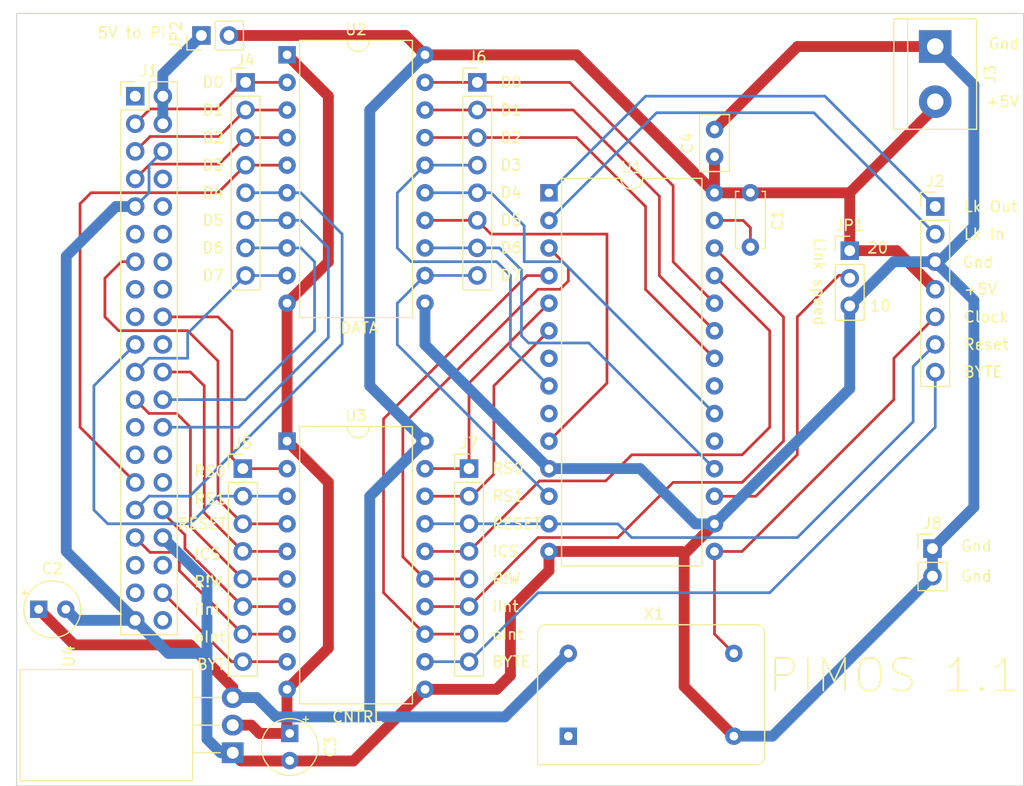
<source format=kicad_pcb>
(kicad_pcb (version 20211014) (generator pcbnew)
  (layers (0 "F.Cu" signal) (31 "B.Cu" signal) (34 "B.Paste" user) (35 "F.Paste" user) (36 "B.SilkS" user "B.Silkscreen") (37 "F.SilkS" user "F.Silkscreen") (38 "B.Mask" user) (39 "F.Mask" user) (44 "Edge.Cuts" user))
  (net 0 "")
  (net 1 "Net-(J2-Pad2)")
  (net 2 "CLK")
  (net 3 "GND")
  (net 4 "HRnotW")
  (net 5 "HOutputInt")
  (net 6 "HD6")
  (net 7 "HRS0")
  (net 9 "HRS1")
  (net 10 "HD4")
  (net 13 "HD3")
  (net 14 "HD2")
  (net 16 "HD1")
  (net 17 "HD5")
  (net 18 "HD0")
  (net 19 "HnotCS")
  (net 20 "HD7")
  (net 21 "HInputInt")
  (net 22 "HReset")
  (net 23 "Net-(C1-Pad2)")
  (net 24 "+5V")
  (net 25 "LD0")
  (net 26 "+3V3")
  (net 27 "LD1")
  (net 28 "LD2")
  (net 29 "LD3")
  (net 30 "LD4")
  (net 31 "LD5")
  (net 32 "LD6")
  (net 33 "LD7")
  (net 34 "LRS0")
  (net 35 "LRS1")
  (net 36 "LReset")
  (net 37 "LnotCS")
  (net 38 "LRnotW")
  (net 39 "LInputInt")
  (net 40 "LOutputInt")
  (net 41 "LByte")
  (net 42 "HByte")
  (net 45 "Net-(U1-Pad17)")
  (net 47 "Net-(J1-Pad4)")
  (net 64 "Net-(J2-Pad1)")
  (footprint "Connector_PinHeader_2.54mm:PinHeader_1x08_P2.54mm_Vertical" (layer "F.Cu") (at 86.106 69.85)
    (fp_text reference "J5")
    (fp_text value "Debug control 3V3")
  )
  (footprint "Package_TO_SOT_THT:TO-220-3_Horizontal_TabDown" (layer "F.Cu") (at 85.176 96.012 90)
    (fp_text reference "U4")
    (fp_text value "LT1086-3.3")
  )
  (footprint "Connector_PinHeader_2.54mm:PinHeader_1x07_P2.54mm_Vertical" (layer "F.Cu") (at 149.86 45.72)
    (fp_text reference "J2")
    (fp_text value "Conn_01x07")
  )
  (footprint "Package_DIP:DIP-20_W12.7mm" (layer "F.Cu") (at 90.18 31.755)
    (fp_text reference "U2")
    (fp_text value "TXS0108EPW_DIP20")
  )
  (footprint "Oscillator:Oscillator_DIP-14" (layer "F.Cu") (at 116.078 94.488)
    (fp_text reference "X1")
    (fp_text value "CXO_DIP14")
  )
  (footprint "Capacitor_THT:CP_Radial_Tantal_D5.0mm_P2.50mm" (layer "F.Cu") (at 67.31 82.804)
    (fp_text reference "C2")
    (fp_text value "10uF")
  )
  (footprint "Connector_PinHeader_2.54mm:PinHeader_1x08_P2.54mm_Vertical" (layer "F.Cu") (at 86.36 34.29)
    (fp_text reference "J4")
    (fp_text value "Debug data 3V3")
  )
  (footprint "Connector_PinHeader_2.54mm:PinHeader_1x03_P2.54mm_Vertical" (layer "F.Cu") (at 141.986 49.784)
    (fp_text reference "JP1")
    (fp_text value "Link speed")
  )
  (footprint "Capacitor_THT:C_Disc_D5.0mm_W2.5mm_P5.00mm" (layer "F.Cu") (at 132.842 44.45 -90)
    (fp_text reference "C1")
    (fp_text value "0.1uF")
  )
  (footprint "Connector_PinHeader_2.54mm:PinHeader_1x02_P2.54mm_Vertical" (layer "F.Cu") (at 82.291 29.972 90)
    (fp_text reference "JP2")
    (fp_text value "5V to Pi")
  )
  (footprint "Package_DIP:DIP-20_W12.7mm" (layer "F.Cu") (at 90.18 67.315)
    (fp_text reference "U3")
    (fp_text value "TXS0108EPW_DIP20")
  )
  (footprint "Capacitor_THT:C_Disc_D5.0mm_W2.5mm_P2.50mm" (layer "F.Cu") (at 129.54 41.128 90)
    (fp_text reference "C4")
    (fp_text value "100nF")
  )
  (footprint "Connector_PinHeader_2.54mm:PinHeader_1x08_P2.54mm_Vertical" (layer "F.Cu") (at 106.934 69.85)
    (fp_text reference "J7")
    (fp_text value "Debug control 5V")
  )
  (footprint "Capacitor_THT:CP_Radial_Tantal_D5.0mm_P2.50mm" (layer "F.Cu") (at 90.424 94.234 -90)
    (fp_text reference "C3")
    (fp_text value "10uF")
  )
  (footprint "Connector_PinHeader_2.54mm:PinHeader_2x20_P2.54mm_Vertical" (layer "F.Cu") (at 76.2 35.56)
    (fp_text reference "J1")
    (fp_text value "RPi")
  )
  (footprint "Package_DIP:DIP-28_W15.24mm" (layer "F.Cu") (at 114.295 44.46)
    (fp_text reference "U1")
    (fp_text value "C011")
  )
  (footprint "Connector_PinHeader_2.54mm:PinHeader_1x02_P2.54mm_Vertical" (layer "F.Cu") (at 149.606 77.216)
    (fp_text reference "J8")
    (fp_text value "Gnd")
  )
  (footprint "TerminalBlock:TerminalBlock_bornier-2_P5.08mm" (layer "F.Cu") (at 149.86 30.988 -90)
    (fp_text reference "J3")
    (fp_text value "Power")
  )
  (footprint "Connector_PinHeader_2.54mm:PinHeader_1x08_P2.54mm_Vertical" (layer "F.Cu") (at 107.696 34.29)
    (fp_text reference "J6")
    (fp_text value "Debug data 5V")
  )
  (gr_rect (start 65.278 27.94) (end 157.988 99.06) (layer "Edge.Cuts") (width 0.1) (fill none))
  (gr_text "D0" (at 82.296 34.29) (layer "F.SilkS") (effects (font (size 1 1)) (justify left)))
  (gr_text "D4" (at 82.296 44.45) (layer "F.SilkS") (effects (font (size 1 1)) (justify left)))
  (gr_text "CNTRL" (at 94.234 92.71) (layer "F.SilkS") (effects (font (size 1 1)) (justify left)))
  (gr_text "Gnd" (at 152.29 50.85) (layer "F.SilkS") (effects (font (size 1 1)) (justify left)))
  (gr_text "R!W" (at 108.966 80.01) (layer "F.SilkS") (effects (font (size 1 1)) (justify left)))
  (gr_text "+5V" (at 152.4 53.34) (layer "F.SilkS") (effects (font (size 1 1)) (justify left)))
  (gr_text "Reset" (at 152.4 58.42) (layer "F.SilkS") (effects (font (size 1 1)) (justify left)))
  (gr_text "D6" (at 82.296 49.53) (layer "F.SilkS") (effects (font (size 1 1)) (justify left)))
  (gr_text "RS1" (at 81.534 72.644) (layer "F.SilkS") (effects (font (size 1 1)) (justify left)))
  (gr_text "RS0" (at 108.966 69.85) (layer "F.SilkS") (effects (font (size 1 1)) (justify left)))
  (gr_text "oInt" (at 108.966 85.09) (layer "F.SilkS") (effects (font (size 1 1)) (justify left)))
  (gr_text "!CS" (at 81.534 77.724) (layer "F.SilkS") (effects (font (size 1 1)) (justify left)))
  (gr_text "D7" (at 82.296 52.07) (layer "F.SilkS") (effects (font (size 1 1)) (justify left)))
  (gr_text "Gnd" (at 152.146 76.962) (layer "F.SilkS") (effects (font (size 1 1)) (justify left)))
  (gr_text "20" (at 143.51 49.53) (layer "F.SilkS") (effects (font (size 1 1)) (justify left)))
  (gr_text "Link speed" (at 139.192 48.514 -90) (layer "F.SilkS") (effects (font (size 1 1)) (justify left)))
  (gr_text "RS0" (at 81.534 70.104) (layer "F.SilkS") (effects (font (size 1 1)) (justify left)))
  (gr_text "+5V" (at 154.432 36.068) (layer "F.SilkS") (effects (font (size 1 1)) (justify left)))
  (gr_text "D7" (at 109.728 52.07) (layer "F.SilkS") (effects (font (size 1 1)) (justify left)))
  (gr_text "BYTE" (at 108.966 87.63) (layer "F.SilkS") (effects (font (size 1 1)) (justify left)))
  (gr_text "Lk In" (at 152.4 48.26) (layer "F.SilkS") (effects (font (size 1 1)) (justify left)))
  (gr_text "D2" (at 82.296 39.37) (layer "F.SilkS") (effects (font (size 1 1)) (justify left)))
  (gr_text "Gnd" (at 152.146 79.756) (layer "F.SilkS") (effects (font (size 1 1)) (justify left)))
  (gr_text "D3" (at 109.728 41.91) (layer "F.SilkS") (effects (font (size 1 1)) (justify left)))
  (gr_text "10" (at 143.764 54.864) (layer "F.SilkS") (effects (font (size 1 1)) (justify left)))
  (gr_text "oInt" (at 81.534 85.344) (layer "F.SilkS") (effects (font (size 1 1)) (justify left)))
  (gr_text "!CS" (at 108.966 77.47) (layer "F.SilkS") (effects (font (size 1 1)) (justify left)))
  (gr_text "DATA" (at 94.996 56.896) (layer "F.SilkS") (effects (font (size 1 1)) (justify left)))
  (gr_text "iInt" (at 81.534 82.804) (layer "F.SilkS") (effects (font (size 1 1)) (justify left)))
  (gr_text "D6" (at 109.728 49.53) (layer "F.SilkS") (effects (font (size 1 1)) (justify left)))
  (gr_text "PIMOS 1.1" (at 146.05 88.9) (layer "F.SilkS") (effects (font (size 3 3))))
  (gr_text "RESET" (at 80.01 74.93) (layer "F.SilkS") (effects (font (size 1 1)) (justify left)))
  (gr_text "D0" (at 109.728 34.29) (layer "F.SilkS") (effects (font (size 1 1)) (justify left)))
  (gr_text "D3" (at 82.296 41.91) (layer "F.SilkS") (effects (font (size 1 1)) (justify left)))
  (gr_text "Clock" (at 152.4 55.88) (layer "F.SilkS") (effects (font (size 1 1)) (justify left)))
  (gr_text "Lk Out" (at 152.4 45.72) (layer "F.SilkS") (effects (font (size 1 1)) (justify left)))
  (gr_text "D1" (at 82.296 36.83) (layer "F.SilkS") (effects (font (size 1 1)) (justify left)))
  (gr_text "D1" (at 109.728 36.83) (layer "F.SilkS") (effects (font (size 1 1)) (justify left)))
  (gr_text "R!W" (at 81.534 80.264) (layer "F.SilkS") (effects (font (size 1 1)) (justify left)))
  (gr_text "D5" (at 109.728 46.99) (layer "F.SilkS") (effects (font (size 1 1)) (justify left)))
  (gr_text "iInt" (at 108.966 82.55) (layer "F.SilkS") (effects (font (size 1 1)) (justify left)))
  (gr_text "RS1" (at 108.966 72.39) (layer "F.SilkS") (effects (font (size 1 1)) (justify left)))
  (gr_text "RESET" (at 108.966 74.93) (layer "F.SilkS") (effects (font (size 1 1)) (justify left)))
  (gr_text "D5" (at 82.296 46.99) (layer "F.SilkS") (effects (font (size 1 1)) (justify left)))
  (gr_text "D2" (at 109.728 39.37) (layer "F.SilkS") (effects (font (size 1 1)) (justify left)))
  (gr_text "D4" (at 109.728 44.45) (layer "F.SilkS") (effects (font (size 1 1)) (justify left)))
  (gr_text "5V to Pi" (at 72.644 29.718) (layer "F.SilkS") (effects (font (size 1 1)) (justify left)))
  (gr_text "BYT" (at 81.788 87.884) (layer "F.SilkS") (effects (font (size 1 1)) (justify left)))
  (gr_text "BYTE" (at 152.4 60.96) (layer "F.SilkS") (effects (font (size 1 1)) (justify left)))
  (gr_text "Gnd" (at 154.686 30.734) (layer "F.SilkS") (effects (font (size 1 1)) (justify left)))
  (segment (start 114.295 47) (end 114.295 46.995) (width 0.25) (layer "B.Cu") (net 1))
  (segment (start 114.295 46.995) (end 124.206 37.084) (width 0.25) (layer "B.Cu") (net 1))
  (segment (start 138.684 37.084) (end 149.86 48.26) (width 0.25) (layer "B.Cu") (net 1))
  (segment (start 124.206 37.084) (end 138.684 37.084) (width 0.25) (layer "B.Cu") (net 1))
  (segment (start 146.05 63.5) (end 146.05 59.69) (width 0.25) (layer "F.Cu") (net 2))
  (segment (start 146.05 59.69) (end 149.86 55.88) (width 0.25) (layer "F.Cu") (net 2))
  (segment (start 132.07 77.48) (end 146.05 63.5) (width 0.25) (layer "F.Cu") (net 2))
  (segment (start 129.535 77.48) (end 132.07 77.48) (width 0.25) (layer "F.Cu") (net 2))
  (segment (start 129.535 85.085) (end 131.318 86.868) (width 0.25) (layer "F.Cu") (net 2))
  (segment (start 129.535 77.48) (end 129.535 85.085) (width 0.25) (layer "F.Cu") (net 2))
  (segment (start 114.295 77.48) (end 126.502 77.48) (width 1) (layer "F.Cu") (net 3))
  (segment (start 137.18 30.988) (end 149.86 30.988) (width 1) (layer "F.Cu") (net 3))
  (segment (start 126.746 89.916) (end 126.746 77.729) (width 1) (layer "F.Cu") (net 3))
  (segment (start 126.502 77.48) (end 126.746 77.724) (width 1) (layer "F.Cu") (net 3))
  (segment (start 109.469 90.175) (end 110.744 88.9) (width 1) (layer "F.Cu") (net 3))
  (segment (start 110.744 82.804) (end 114.295 79.253) (width 1) (layer "F.Cu") (net 3))
  (segment (start 129.54 38.628) (end 137.18 30.988) (width 1) (layer "F.Cu") (net 3))
  (segment (start 85.938 96.774) (end 96.281 96.774) (width 1) (layer "F.Cu") (net 3))
  (segment (start 85.176 96.012) (end 85.938 96.774) (width 1) (layer "F.Cu") (net 3))
  (segment (start 102.88 90.175) (end 109.469 90.175) (width 1) (layer "F.Cu") (net 3))
  (segment (start 131.318 94.488) (end 126.746 89.916) (width 1) (layer "F.Cu") (net 3))
  (segment (start 126.746 77.729) (end 129.535 74.94) (width 1) (layer "F.Cu") (net 3))
  (segment (start 114.295 79.253) (end 114.295 77.48) (width 1) (layer "F.Cu") (net 3))
  (segment (start 110.744 88.9) (end 110.744 82.804) (width 1) (layer "F.Cu") (net 3))
  (segment (start 96.281 96.774) (end 102.88 90.175) (width 1) (layer "F.Cu") (net 3))
  (segment (start 127.772 74.94) (end 129.535 74.94) (width 1) (layer "B.Cu") (net 3))
  (segment (start 77.47 41.91) (end 77.47 44.45) (width 0.25) (layer "B.Cu") (net 3))
  (segment (start 82.804 80.264) (end 78.74 76.2) (width 1) (layer "B.Cu") (net 3))
  (segment (start 77.47 44.45) (end 76.2 45.72) (width 0.25) (layer "B.Cu") (net 3))
  (segment (start 153.416 54.356) (end 149.86 50.8) (width 1) (layer "B.Cu") (net 3))
  (segment (start 76.2 45.72) (end 74.422 45.72) (width 1) (layer "B.Cu") (net 3))
  (segment (start 122.682 69.85) (end 127.772 74.94) (width 1) (layer "B.Cu") (net 3))
  (segment (start 153.416 73.406) (end 153.416 54.356) (width 1) (layer "B.Cu") (net 3))
  (segment (start 84.074 96.012) (end 82.804 94.742) (width 1) (layer "B.Cu") (net 3))
  (segment (start 102.88 54.615) (end 102.88 58.445) (width 1) (layer "B.Cu") (net 3))
  (segment (start 69.85 77.47) (end 76.2 83.82) (width 1) (layer "B.Cu") (net 3))
  (segment (start 149.86 50.8) (end 146.05 50.8) (width 1) (layer "B.Cu") (net 3))
  (segment (start 78.74 40.64) (end 77.47 41.91) (width 0.25) (layer "B.Cu") (net 3))
  (segment (start 146.05 50.8) (end 141.986 54.864) (width 1) (layer "B.Cu") (net 3))
  (segment (start 82.804 94.742) (end 82.804 87.884) (width 1) (layer "B.Cu") (net 3))
  (segment (start 85.176 96.012) (end 84.074 96.012) (width 1) (layer "B.Cu") (net 3))
  (segment (start 141.986 54.864) (end 141.986 62.489) (width 1) (layer "B.Cu") (net 3))
  (segment (start 131.318 94.488) (end 134.874 94.488) (width 1) (layer "B.Cu") (net 3))
  (segment (start 69.85 50.292) (end 69.85 77.47) (width 1) (layer "B.Cu") (net 3))
  (segment (start 70.826 83.82) (end 76.2 83.82) (width 1) (layer "B.Cu") (net 3))
  (segment (start 102.88 58.445) (end 114.295 69.86) (width 1) (layer "B.Cu") (net 3))
  (segment (start 134.874 94.488) (end 149.606 79.756) (width 1) (layer "B.Cu") (net 3))
  (segment (start 74.422 45.72) (end 69.85 50.292) (width 1) (layer "B.Cu") (net 3))
  (segment (start 149.606 77.216) (end 153.416 73.406) (width 1) (layer "B.Cu") (net 3))
  (segment (start 153.416 47.593489) (end 150.209489 50.8) (width 1) (layer "B.Cu") (net 3))
  (segment (start 69.81 82.804) (end 70.826 83.82) (width 1) (layer "B.Cu") (net 3))
  (segment (start 79.248 86.868) (end 76.2 83.82) (width 1) (layer "B.Cu") (net 3))
  (segment (start 153.416 34.544) (end 153.416 47.593489) (width 1) (layer "B.Cu") (net 3))
  (segment (start 141.986 62.489) (end 129.535 74.94) (width 1) (layer "B.Cu") (net 3))
  (segment (start 82.804 87.63) (end 82.804 80.264) (width 1) (layer "B.Cu") (net 3))
  (segment (start 149.606 79.756) (end 149.606 77.216) (width 1) (layer "B.Cu") (net 3))
  (segment (start 114.305 69.85) (end 122.682 69.85) (width 1) (layer "B.Cu") (net 3))
  (segment (start 82.804 86.868) (end 79.248 86.868) (width 1) (layer "B.Cu") (net 3))
  (segment (start 114.295 69.86) (end 114.305 69.85) (width 1) (layer "B.Cu") (net 3))
  (segment (start 149.86 30.988) (end 153.416 34.544) (width 1) (layer "B.Cu") (net 3))
  (segment (start 116.078 52.578) (end 115.316 53.34) (width 0.25) (layer "F.Cu") (net 4))
  (segment (start 102.875 80.01) (end 106.934 80.01) (width 0.25) (layer "F.Cu") (net 4))
  (segment (start 100.838 77.973) (end 102.875 80.01) (width 0.25) (layer "F.Cu") (net 4))
  (segment (start 114.295 49.54) (end 116.078 51.323) (width 0.25) (layer "F.Cu") (net 4))
  (segment (start 113.284 53.34) (end 100.838 65.786) (width 0.25) (layer "F.Cu") (net 4))
  (segment (start 100.838 65.786) (end 100.838 77.973) (width 0.25) (layer "F.Cu") (net 4))
  (segment (start 116.078 51.323) (end 116.078 52.578) (width 0.25) (layer "F.Cu") (net 4))
  (segment (start 115.316 53.34) (end 113.284 53.34) (width 0.25) (layer "F.Cu") (net 4))
  (segment (start 106.934 85.09) (end 102.875 85.09) (width 0.25) (layer "F.Cu") (net 5))
  (segment (start 99.06 81.275) (end 99.06 65.278) (width 0.25) (layer "F.Cu") (net 5))
  (segment (start 102.875 85.09) (end 99.06 81.275) (width 0.25) (layer "F.Cu") (net 5))
  (segment (start 99.06 65.278) (end 112.258 52.08) (width 0.25) (layer "F.Cu") (net 5))
  (segment (start 112.258 52.08) (end 114.295 52.08) (width 0.25) (layer "F.Cu") (net 5))
  (segment (start 117.959511 58.284511) (end 129.535 69.86) (width 0.25) (layer "B.Cu") (net 6))
  (segment (start 112.418722 58.284511) (end 117.959511 58.284511) (width 0.25) (layer "B.Cu") (net 6))
  (segment (start 109.728 49.53) (end 111.76 51.562) (width 0.25) (layer "B.Cu") (net 6))
  (segment (start 111.76 51.562) (end 111.76 57.625789) (width 0.25) (layer "B.Cu") (net 6))
  (segment (start 102.88 49.535) (end 102.885 49.53) (width 0.25) (layer "B.Cu") (net 6))
  (segment (start 102.885 49.53) (end 109.728 49.53) (width 0.25) (layer "B.Cu") (net 6))
  (segment (start 111.76 57.625789) (end 112.418722 58.284511) (width 0.25) (layer "B.Cu") (net 6))
  (segment (start 102.885 69.85) (end 102.88 69.855) (width 0.25) (layer "F.Cu") (net 7))
  (segment (start 114.2925 54.62) (end 114.295 54.62) (width 0.25) (layer "F.Cu") (net 7))
  (segment (start 106.934 69.85) (end 106.934 61.9785) (width 0.25) (layer "F.Cu") (net 7))
  (segment (start 106.934 61.9785) (end 114.2925 54.62) (width 0.25) (layer "F.Cu") (net 7))
  (segment (start 106.934 69.85) (end 102.885 69.85) (width 0.25) (layer "F.Cu") (net 7))
  (segment (start 109.22 62.235) (end 114.295 57.16) (width 0.25) (layer "F.Cu") (net 9))
  (segment (start 107.183 72.395) (end 109.22 70.358) (width 0.25) (layer "F.Cu") (net 9))
  (segment (start 109.22 70.358) (end 109.22 62.235) (width 0.25) (layer "F.Cu") (net 9))
  (segment (start 102.88 72.395) (end 107.183 72.395) (width 0.25) (layer "F.Cu") (net 9))
  (segment (start 112.014 47.498) (end 112.014 50.8) (width 0.25) (layer "B.Cu") (net 10))
  (segment (start 115.555 50.8) (end 129.535 64.78) (width 0.25) (layer "B.Cu") (net 10))
  (segment (start 102.885 44.45) (end 107.696 44.45) (width 0.25) (layer "B.Cu") (net 10))
  (segment (start 107.696 44.45) (end 108.966 44.45) (width 0.25) (layer "B.Cu") (net 10))
  (segment (start 112.014 50.8) (end 115.555 50.8) (width 0.25) (layer "B.Cu") (net 10))
  (segment (start 108.966 44.45) (end 112.014 47.498) (width 0.25) (layer "B.Cu") (net 10))
  (segment (start 102.88 44.455) (end 102.885 44.45) (width 0.25) (layer "B.Cu") (net 10))
  (segment (start 107.696 41.91) (end 102.885 41.91) (width 0.25) (layer "B.Cu") (net 13))
  (segment (start 100.33 44.465) (end 100.33 49.53) (width 0.25) (layer "B.Cu") (net 13))
  (segment (start 109.474 50.8) (end 110.744 52.07) (width 0.25) (layer "B.Cu") (net 13))
  (segment (start 110.744 58.689) (end 114.295 62.24) (width 0.25) (layer "B.Cu") (net 13))
  (segment (start 110.744 52.07) (end 110.744 58.689) (width 0.25) (layer "B.Cu") (net 13))
  (segment (start 102.885 41.91) (end 100.33 44.465) (width 0.25) (layer "B.Cu") (net 13))
  (segment (start 101.6 50.8) (end 109.474 50.8) (width 0.25) (layer "B.Cu") (net 13))
  (segment (start 100.33 49.53) (end 101.6 50.8) (width 0.25) (layer "B.Cu") (net 13))
  (segment (start 123.19 45.72) (end 123.19 53.355) (width 0.25) (layer "F.Cu") (net 14))
  (segment (start 116.84 39.37) (end 123.19 45.72) (width 0.25) (layer "F.Cu") (net 14))
  (segment (start 102.88 39.375) (end 102.885 39.37) (width 0.25) (layer "F.Cu") (net 14))
  (segment (start 102.885 39.37) (end 116.84 39.37) (width 0.25) (layer "F.Cu") (net 14))
  (segment (start 123.19 53.355) (end 129.535 59.7) (width 0.25) (layer "F.Cu") (net 14))
  (segment (start 124.46 44.767859) (end 124.46 52.085) (width 0.25) (layer "F.Cu") (net 16))
  (segment (start 124.46 52.085) (end 129.535 57.16) (width 0.25) (layer "F.Cu") (net 16))
  (segment (start 102.885 36.83) (end 116.522141 36.83) (width 0.25) (layer "F.Cu") (net 16))
  (segment (start 116.522141 36.83) (end 124.46 44.767859) (width 0.25) (layer "F.Cu") (net 16))
  (segment (start 102.88 36.835) (end 102.885 36.83) (width 0.25) (layer "F.Cu") (net 16))
  (segment (start 119.634 48.26) (end 108.956 48.26) (width 0.25) (layer "F.Cu") (net 17))
  (segment (start 119.634 61.981) (end 119.634 48.26) (width 0.25) (layer "F.Cu") (net 17))
  (segment (start 107.691 46.995) (end 102.88 46.995) (width 0.25) (layer "F.Cu") (net 17))
  (segment (start 114.295 67.32) (end 119.634 61.981) (width 0.25) (layer "F.Cu") (net 17))
  (segment (start 108.956 48.26) (end 107.691 46.995) (width 0.25) (layer "F.Cu") (net 17))
  (segment (start 102.885 34.29) (end 116.205 34.29) (width 0.25) (layer "F.Cu") (net 18))
  (segment (start 125.73 43.815) (end 125.73 50.815) (width 0.25) (layer "F.Cu") (net 18))
  (segment (start 125.73 50.815) (end 129.535 54.62) (width 0.25) (layer "F.Cu") (net 18))
  (segment (start 102.88 34.295) (end 102.885 34.29) (width 0.25) (layer "F.Cu") (net 18))
  (segment (start 116.205 34.29) (end 125.73 43.815) (width 0.25) (layer "F.Cu") (net 18))
  (segment (start 129.535 52.08) (end 134.62 57.165) (width 0.25) (layer "F.Cu") (net 19))
  (segment (start 106.929 77.475) (end 102.88 77.475) (width 0.25) (layer "F.Cu") (net 19))
  (segment (start 119.515489 70.984511) (end 113.419489 70.984511) (width 0.25) (layer "F.Cu") (net 19))
  (segment (start 113.419489 70.984511) (end 106.929 77.475) (width 0.25) (layer "F.Cu") (net 19))
  (segment (start 134.62 66.04) (end 132.08 68.58) (width 0.25) (layer "F.Cu") (net 19))
  (segment (start 132.08 68.58) (end 121.92 68.58) (width 0.25) (layer "F.Cu") (net 19))
  (segment (start 134.62 57.165) (end 134.62 66.04) (width 0.25) (layer "F.Cu") (net 19))
  (segment (start 121.92 68.58) (end 119.515489 70.984511) (width 0.25) (layer "F.Cu") (net 19))
  (segment (start 102.885 52.07) (end 100.33 54.625) (width 0.25) (layer "B.Cu") (net 20))
  (segment (start 100.33 58.435) (end 114.295 72.4) (width 0.25) (layer "B.Cu") (net 20))
  (segment (start 107.696 52.07) (end 102.885 52.07) (width 0.25) (layer "B.Cu") (net 20))
  (segment (start 100.33 54.625) (end 100.33 58.435) (width 0.25) (layer "B.Cu") (net 20))
  (segment (start 125.73 71.12) (end 132.08 71.12) (width 0.25) (layer "F.Cu") (net 21))
  (segment (start 132.08 71.12) (end 135.89 67.31) (width 0.25) (layer "F.Cu") (net 21))
  (segment (start 113.284 76.2) (end 120.65 76.2) (width 0.25) (layer "F.Cu") (net 21))
  (segment (start 102.88 82.555) (end 106.929 82.555) (width 0.25) (layer "F.Cu") (net 21))
  (segment (start 135.89 55.895) (end 129.535 49.54) (width 0.25) (layer "F.Cu") (net 21))
  (segment (start 135.89 67.31) (end 135.89 55.895) (width 0.25) (layer "F.Cu") (net 21))
  (segment (start 106.929 82.555) (end 113.284 76.2) (width 0.25) (layer "F.Cu") (net 21))
  (segment (start 120.65 76.2) (end 125.73 71.12) (width 0.25) (layer "F.Cu") (net 21))
  (segment (start 114.295 74.94) (end 120.64 74.94) (width 0.25) (layer "B.Cu") (net 22))
  (segment (start 102.885 74.93) (end 102.88 74.935) (width 0.25) (layer "B.Cu") (net 22))
  (segment (start 114.295 74.94) (end 114.285 74.93) (width 0.25) (layer "B.Cu") (net 22))
  (segment (start 120.64 74.94) (end 121.9 76.2) (width 0.25) (layer "B.Cu") (net 22))
  (segment (start 114.285 74.93) (end 102.885 74.93) (width 0.25) (layer "B.Cu") (net 22))
  (segment (start 137.16 76.2) (end 147.828 65.532) (width 0.25) (layer "B.Cu") (net 22))
  (segment (start 147.828 65.532) (end 147.828 62.23) (width 0.25) (layer "B.Cu") (net 22))
  (segment (start 147.828 60.452) (end 149.865 58.415) (width 0.25) (layer "B.Cu") (net 22))
  (segment (start 147.828 62.36704) (end 147.828 60.452) (width 0.25) (layer "B.Cu") (net 22))
  (segment (start 121.9 76.2) (end 137.16 76.2) (width 0.25) (layer "B.Cu") (net 22))
  (segment (start 132.842 47.672) (end 132.842 49.45) (width 0.25) (layer "F.Cu") (net 23))
  (segment (start 129.535 47) (end 132.17 47) (width 0.25) (layer "F.Cu") (net 23))
  (segment (start 132.17 47) (end 132.842 47.672) (width 0.25) (layer "F.Cu") (net 23))
  (segment (start 85.176 90.932) (end 85.176 90.002) (width 1) (layer "F.Cu") (net 24))
  (segment (start 101.097 29.972) (end 102.88 31.755) (width 1) (layer "F.Cu") (net 24))
  (segment (start 116.83 31.755) (end 129.535 44.46) (width 1) (layer "F.Cu") (net 24))
  (segment (start 149.86 36.576) (end 141.986 44.45) (width 1) (layer "F.Cu") (net 24))
  (segment (start 129.535 44.46) (end 129.535 41.133) (width 1) (layer "F.Cu") (net 24))
  (segment (start 129.535 44.46) (end 141.976 44.46) (width 1) (layer "F.Cu") (net 24))
  (segment (start 146.304 49.784) (end 149.86 53.34) (width 1) (layer "F.Cu") (net 24))
  (segment (start 84.831 29.972) (end 101.097 29.972) (width 1) (layer "F.Cu") (net 24))
  (segment (start 141.976 44.46) (end 141.986 44.45) (width 1) (layer "F.Cu") (net 24))
  (segment (start 141.986 44.45) (end 141.986 49.784) (width 1) (layer "F.Cu") (net 24))
  (segment (start 85.176 90.002) (end 81.255511 86.081511) (width 1) (layer "F.Cu") (net 24))
  (segment (start 102.88 31.755) (end 116.83 31.755) (width 1) (layer "F.Cu") (net 24))
  (segment (start 149.86 36.068) (end 149.86 36.576) (width 1) (layer "F.Cu") (net 24))
  (segment (start 81.255511 86.081511) (end 70.587511 86.081511) (width 1) (layer "F.Cu") (net 24))
  (segment (start 70.587511 86.081511) (end 67.31 82.804) (width 1) (layer "F.Cu") (net 24))
  (segment (start 141.986 49.784) (end 146.304 49.784) (width 1) (layer "F.Cu") (net 24))
  (segment (start 97.79 92.71) (end 89.154 92.71) (width 1) (layer "B.Cu") (net 24))
  (segment (start 89.154 92.71) (end 87.376 90.932) (width 1) (layer "B.Cu") (net 24))
  (segment (start 102.88 67.315) (end 97.79 72.405) (width 1) (layer "B.Cu") (net 24))
  (segment (start 97.79 92.71) (end 110.236 92.71) (width 1) (layer "B.Cu") (net 24))
  (segment (start 97.79 36.845) (end 102.88 31.755) (width 1) (layer "B.Cu") (net 24))
  (segment (start 97.79 62.225) (end 97.79 36.845) (width 1) (layer "B.Cu") (net 24))
  (segment (start 97.79 72.405) (end 97.79 92.71) (width 1) (layer "B.Cu") (net 24))
  (segment (start 87.376 90.932) (end 85.176 90.932) (width 1) (layer "B.Cu") (net 24))
  (segment (start 110.236 92.71) (end 116.078 86.868) (width 1) (layer "B.Cu") (net 24))
  (segment (start 102.88 67.315) (end 97.79 62.225) (width 1) (layer "B.Cu") (net 24))
  (segment (start 83.661489 36.734511) (end 77.565489 36.734511) (width 0.25) (layer "F.Cu") (net 25))
  (segment (start 77.565489 36.734511) (end 76.2 38.1) (width 0.25) (layer "F.Cu") (net 25))
  (segment (start 90.175 34.29) (end 86.106 34.29) (width 0.25) (layer "F.Cu") (net 25))
  (segment (start 86.106 34.29) (end 83.661489 36.734511) (width 0.25) (layer "F.Cu") (net 25))
  (segment (start 90.18 34.295) (end 90.175 34.29) (width 0.25) (layer "F.Cu") (net 25))
  (segment (start 93.98 35.555) (end 90.18 31.755) (width 1) (layer "F.Cu") (net 26))
  (segment (start 93.98 50.815) (end 93.98 35.555) (width 1) (layer "F.Cu") (net 26))
  (segment (start 90.18 67.315) (end 93.98 71.115) (width 1) (layer "F.Cu") (net 26))
  (segment (start 86.883 93.472) (end 87.645 94.234) (width 1) (layer "F.Cu") (net 26))
  (segment (start 93.98 86.375) (end 90.18 90.175) (width 1) (layer "F.Cu") (net 26))
  (segment (start 90.18 54.615) (end 93.98 50.815) (width 1) (layer "F.Cu") (net 26))
  (segment (start 93.98 71.115) (end 93.98 86.375) (width 1) (layer "F.Cu") (net 26))
  (segment (start 90.17 94.234) (end 90.17 90.185) (width 1) (layer "F.Cu") (net 26))
  (segment (start 90.17 90.185) (end 90.18 90.175) (width 1) (layer "F.Cu") (net 26))
  (segment (start 85.176 93.472) (end 86.883 93.472) (width 1) (layer "F.Cu") (net 26))
  (segment (start 90.18 67.315) (end 90.18 54.615) (width 1) (layer "F.Cu") (net 26))
  (segment (start 87.645 94.234) (end 90.17 94.234) (width 1) (layer "F.Cu") (net 26))
  (segment (start 76.2 40.64) (end 77.565489 39.274511) (width 0.25) (layer "F.Cu") (net 27))
  (segment (start 83.915489 39.274511) (end 86.355 36.835) (width 0.25) (layer "F.Cu") (net 27))
  (segment (start 86.355 36.835) (end 90.18 36.835) (width 0.25) (layer "F.Cu") (net 27))
  (segment (start 77.565489 39.274511) (end 83.915489 39.274511) (width 0.25) (layer "F.Cu") (net 27))
  (segment (start 76.2 43.18) (end 77.565489 41.814511) (width 0.25) (layer "F.Cu") (net 28))
  (segment (start 77.565489 41.814511) (end 83.915489 41.814511) (width 0.25) (layer "F.Cu") (net 28))
  (segment (start 86.365 39.375) (end 90.18 39.375) (width 0.25) (layer "F.Cu") (net 28))
  (segment (start 86.36 39.37) (end 86.365 39.375) (width 0.25) (layer "F.Cu") (net 28))
  (segment (start 83.915489 41.814511) (end 86.36 39.37) (width 0.25) (layer "F.Cu") (net 28))
  (segment (start 72.136 44.45) (end 71.12 45.466) (width 0.25) (layer "F.Cu") (net 29))
  (segment (start 86.355 41.915) (end 83.82 44.45) (width 0.25) (layer "F.Cu") (net 29))
  (segment (start 71.12 45.466) (end 71.12 66.04) (width 0.25) (layer "F.Cu") (net 29))
  (segment (start 71.12 66.04) (end 76.2 71.12) (width 0.25) (layer "F.Cu") (net 29))
  (segment (start 90.18 41.915) (end 86.355 41.915) (width 0.25) (layer "F.Cu") (net 29))
  (segment (start 83.82 44.45) (end 72.136 44.45) (width 0.25) (layer "F.Cu") (net 29))
  (segment (start 76.2 73.66) (end 77.47 72.39) (width 0.25) (layer "B.Cu") (net 30))
  (segment (start 95.25 48.2575) (end 91.4425 44.45) (width 0.25) (layer "B.Cu") (net 30))
  (segment (start 81.216978 72.39) (end 95.25 58.356978) (width 0.25) (layer "B.Cu") (net 30))
  (segment (start 95.25 58.356978) (end 95.25 48.2575) (width 0.25) (layer "B.Cu") (net 30))
  (segment (start 77.47 72.39) (end 81.216978 72.39) (width 0.25) (layer "B.Cu") (net 30))
  (segment (start 91.4425 44.45) (end 86.36 44.45) (width 0.25) (layer "B.Cu") (net 30))
  (segment (start 86.36 46.99) (end 91.44 46.99) (width 0.25) (layer "B.Cu") (net 31))
  (segment (start 91.44 46.99) (end 93.98 49.53) (width 0.25) (layer "B.Cu") (net 31))
  (segment (start 85.725 66.04) (end 78.74 66.04) (width 0.25) (layer "B.Cu") (net 31))
  (segment (start 93.98 49.53) (end 93.98 57.785) (width 0.25) (layer "B.Cu") (net 31))
  (segment (start 93.98 57.785) (end 85.725 66.04) (width 0.25) (layer "B.Cu") (net 31))
  (segment (start 86.36 49.53) (end 91.44 49.53) (width 0.25) (layer "B.Cu") (net 32))
  (segment (start 91.44 49.53) (end 92.71 50.8) (width 0.25) (layer "B.Cu") (net 32))
  (segment (start 86.36 63.5) (end 78.74 63.5) (width 0.25) (layer "B.Cu") (net 32))
  (segment (start 92.71 50.8) (end 92.71 57.15) (width 0.25) (layer "B.Cu") (net 32))
  (segment (start 92.71 57.15) (end 86.36 63.5) (width 0.25) (layer "B.Cu") (net 32))
  (segment (start 76.2 60.96) (end 77.47 59.69) (width 0.25) (layer "B.Cu") (net 33))
  (segment (start 81.026 57.404) (end 86.355 52.075) (width 0.25) (layer "B.Cu") (net 33))
  (segment (start 86.355 52.075) (end 90.18 52.075) (width 0.25) (layer "B.Cu") (net 33))
  (segment (start 77.47 59.69) (end 81.026 59.69) (width 0.25) (layer "B.Cu") (net 33))
  (segment (start 81.026 59.69) (end 81.026 57.404) (width 0.25) (layer "B.Cu") (net 33))
  (segment (start 85.09 57.15) (end 83.82 55.88) (width 0.25) (layer "F.Cu") (net 34))
  (segment (start 90.18 69.855) (end 86.111 69.855) (width 0.25) (layer "F.Cu") (net 34))
  (segment (start 85.09 68.834) (end 85.09 57.15) (width 0.25) (layer "F.Cu") (net 34))
  (segment (start 86.111 69.855) (end 85.09 68.834) (width 0.25) (layer "F.Cu") (net 34))
  (segment (start 83.82 55.88) (end 78.74 55.88) (width 0.25) (layer "F.Cu") (net 34))
  (segment (start 73.66 74.93) (end 72.39 73.66) (width 0.25) (layer "B.Cu") (net 35))
  (segment (start 81.28 74.93) (end 73.66 74.93) (width 0.25) (layer "B.Cu") (net 35))
  (segment (start 72.39 73.66) (end 72.39 62.23) (width 0.25) (layer "B.Cu") (net 35))
  (segment (start 90.18 72.395) (end 90.175 72.39) (width 0.25) (layer "B.Cu") (net 35))
  (segment (start 83.82 72.39) (end 81.28 74.93) (width 0.25) (layer "B.Cu") (net 35))
  (segment (start 90.175 72.39) (end 83.82 72.39) (width 0.25) (layer "B.Cu") (net 35))
  (segment (start 72.39 62.23) (end 76.2 58.42) (width 0.25) (layer "B.Cu") (net 35))
  (segment (start 81.026 57.15) (end 74.676 57.15) (width 0.25) (layer "F.Cu") (net 36))
  (segment (start 73.406 52.324) (end 74.93 50.8) (width 0.25) (layer "F.Cu") (net 36))
  (segment (start 90.18 74.935) (end 86.111 74.935) (width 0.25) (layer "F.Cu") (net 36))
  (segment (start 83.82 72.644) (end 83.82 59.944) (width 0.25) (layer "F.Cu") (net 36))
  (segment (start 86.111 74.935) (end 86.106 74.93) (width 0.25) (layer "F.Cu") (net 36))
  (segment (start 74.93 50.8) (end 76.2 50.8) (width 0.25) (layer "F.Cu") (net 36))
  (segment (start 86.106 74.93) (end 83.82 72.644) (width 0.25) (layer "F.Cu") (net 36))
  (segment (start 73.406 55.88) (end 73.406 52.324) (width 0.25) (layer "F.Cu") (net 36))
  (segment (start 74.676 57.15) (end 73.406 55.88) (width 0.25) (layer "F.Cu") (net 36))
  (segment (start 83.82 59.944) (end 81.026 57.15) (width 0.25) (layer "F.Cu") (net 36))
  (segment (start 82.55 73.914) (end 82.55 62.23) (width 0.25) (layer "F.Cu") (net 37))
  (segment (start 82.55 62.23) (end 81.28 60.96) (width 0.25) (layer "F.Cu") (net 37))
  (segment (start 90.18 77.475) (end 86.111 77.475) (width 0.25) (layer "F.Cu") (net 37))
  (segment (start 86.111 77.475) (end 82.55 73.914) (width 0.25) (layer "F.Cu") (net 37))
  (segment (start 81.28 60.96) (end 78.74 60.96) (width 0.25) (layer "F.Cu") (net 37))
  (segment (start 77.47 64.77) (end 76.2 63.5) (width 0.25) (layer "F.Cu") (net 38))
  (segment (start 80.01 64.77) (end 77.47 64.77) (width 0.25) (layer "F.Cu") (net 38))
  (segment (start 90.18 80.015) (end 86.111 80.015) (width 0.25) (layer "F.Cu") (net 38))
  (segment (start 81.28 66.04) (end 80.01 64.77) (width 0.25) (layer "F.Cu") (net 38))
  (segment (start 86.111 80.015) (end 81.28 75.184) (width 0.25) (layer "F.Cu") (net 38))
  (segment (start 81.28 75.184) (end 81.28 66.04) (width 0.25) (layer "F.Cu") (net 38))
  (segment (start 80.772 77.216) (end 80.772 75.946) (width 0.25) (layer "F.Cu") (net 39))
  (segment (start 90.18 82.555) (end 86.111 82.555) (width 0.25) (layer "F.Cu") (net 39))
  (segment (start 80.772 75.946) (end 78.74 73.914) (width 0.25) (layer "F.Cu") (net 39))
  (segment (start 78.74 73.914) (end 78.74 73.66) (width 0.25) (layer "F.Cu") (net 39))
  (segment (start 86.111 82.555) (end 80.772 77.216) (width 0.25) (layer "F.Cu") (net 39))
  (segment (start 80.264 79.248) (end 80.264 77.978) (width 0.25) (layer "F.Cu") (net 40))
  (segment (start 80.264 77.978) (end 79.851489 77.565489) (width 0.25) (layer "F.Cu") (net 40))
  (segment (start 79.851489 77.565489) (end 77.565489 77.565489) (width 0.25) (layer "F.Cu") (net 40))
  (segment (start 90.18 85.095) (end 86.111 85.095) (width 0.25) (layer "F.Cu") (net 40))
  (segment (start 77.565489 77.565489) (end 76.2 76.2) (width 0.25) (layer "F.Cu") (net 40))
  (segment (start 86.111 85.095) (end 80.264 79.248) (width 0.25) (layer "F.Cu") (net 40))
  (segment (start 85.09 87.63) (end 78.74 81.28) (width 0.25) (layer "F.Cu") (net 41))
  (segment (start 90.18 87.635) (end 90.175 87.63) (width 0.25) (layer "F.Cu") (net 41))
  (segment (start 90.175 87.63) (end 85.09 87.63) (width 0.25) (layer "F.Cu") (net 41))
  (segment (start 102.885 87.63) (end 102.88 87.635) (width 0.25) (layer "B.Cu") (net 42))
  (segment (start 134.62 81.28) (end 113.284 81.28) (width 0.25) (layer "B.Cu") (net 42))
  (segment (start 113.284 81.28) (end 106.934 87.63) (width 0.25) (layer "B.Cu") (net 42))
  (segment (start 149.86 60.96) (end 149.86 66.04) (width 0.25) (layer "B.Cu") (net 42))
  (segment (start 149.86 66.04) (end 134.62 81.28) (width 0.25) (layer "B.Cu") (net 42))
  (segment (start 106.934 87.63) (end 102.885 87.63) (width 0.25) (layer "B.Cu") (net 42))
  (segment (start 129.535 72.4) (end 133.34 72.4) (width 0.25) (layer "F.Cu") (net 45))
  (segment (start 133.34 72.4) (end 137.16 68.58) (width 0.25) (layer "F.Cu") (net 45))
  (segment (start 137.16 68.58) (end 137.16 55.88) (width 0.25) (layer "F.Cu") (net 45))
  (segment (start 140.985 52.055) (end 141.986 52.055) (width 0.25) (layer "F.Cu") (net 45))
  (segment (start 137.16 55.88) (end 140.985 52.055) (width 0.25) (layer "F.Cu") (net 45))
  (segment (start 78.74 38.1) (end 78.74 33.523) (width 1) (layer "B.Cu") (net 47))
  (segment (start 78.74 33.523) (end 82.291 29.972) (width 1) (layer "B.Cu") (net 47))
  (segment (start 123.195 35.56) (end 139.7 35.56) (width 0.25) (layer "B.Cu") (net 64))
  (segment (start 139.7 35.56) (end 149.86 45.72) (width 0.25) (layer "B.Cu") (net 64))
  (segment (start 114.295 44.46) (end 123.195 35.56) (width 0.25) (layer "B.Cu") (net 64))
)
</source>
